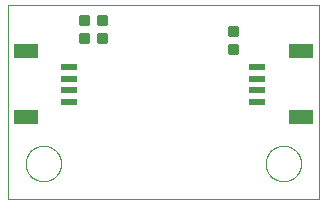
<source format=gtp>
G75*
%MOIN*%
%OFA0B0*%
%FSLAX25Y25*%
%IPPOS*%
%LPD*%
%AMOC8*
5,1,8,0,0,1.08239X$1,22.5*
%
%ADD10C,0.00100*%
%ADD11C,0.00000*%
%ADD12C,0.00875*%
%ADD13R,0.05315X0.02362*%
%ADD14R,0.07874X0.04724*%
D10*
X0001350Y0007294D02*
X0001350Y0071861D01*
X0104972Y0071861D01*
X0104972Y0007294D01*
X0001350Y0007294D01*
D11*
X0007255Y0019106D02*
X0007257Y0019259D01*
X0007263Y0019413D01*
X0007273Y0019566D01*
X0007287Y0019718D01*
X0007305Y0019871D01*
X0007327Y0020022D01*
X0007352Y0020173D01*
X0007382Y0020324D01*
X0007416Y0020474D01*
X0007453Y0020622D01*
X0007494Y0020770D01*
X0007539Y0020916D01*
X0007588Y0021062D01*
X0007641Y0021206D01*
X0007697Y0021348D01*
X0007757Y0021489D01*
X0007821Y0021629D01*
X0007888Y0021767D01*
X0007959Y0021903D01*
X0008034Y0022037D01*
X0008111Y0022169D01*
X0008193Y0022299D01*
X0008277Y0022427D01*
X0008365Y0022553D01*
X0008456Y0022676D01*
X0008550Y0022797D01*
X0008648Y0022915D01*
X0008748Y0023031D01*
X0008852Y0023144D01*
X0008958Y0023255D01*
X0009067Y0023363D01*
X0009179Y0023468D01*
X0009293Y0023569D01*
X0009411Y0023668D01*
X0009530Y0023764D01*
X0009652Y0023857D01*
X0009777Y0023946D01*
X0009904Y0024033D01*
X0010033Y0024115D01*
X0010164Y0024195D01*
X0010297Y0024271D01*
X0010432Y0024344D01*
X0010569Y0024413D01*
X0010708Y0024478D01*
X0010848Y0024540D01*
X0010990Y0024598D01*
X0011133Y0024653D01*
X0011278Y0024704D01*
X0011424Y0024751D01*
X0011571Y0024794D01*
X0011719Y0024833D01*
X0011868Y0024869D01*
X0012018Y0024900D01*
X0012169Y0024928D01*
X0012320Y0024952D01*
X0012473Y0024972D01*
X0012625Y0024988D01*
X0012778Y0025000D01*
X0012931Y0025008D01*
X0013084Y0025012D01*
X0013238Y0025012D01*
X0013391Y0025008D01*
X0013544Y0025000D01*
X0013697Y0024988D01*
X0013849Y0024972D01*
X0014002Y0024952D01*
X0014153Y0024928D01*
X0014304Y0024900D01*
X0014454Y0024869D01*
X0014603Y0024833D01*
X0014751Y0024794D01*
X0014898Y0024751D01*
X0015044Y0024704D01*
X0015189Y0024653D01*
X0015332Y0024598D01*
X0015474Y0024540D01*
X0015614Y0024478D01*
X0015753Y0024413D01*
X0015890Y0024344D01*
X0016025Y0024271D01*
X0016158Y0024195D01*
X0016289Y0024115D01*
X0016418Y0024033D01*
X0016545Y0023946D01*
X0016670Y0023857D01*
X0016792Y0023764D01*
X0016911Y0023668D01*
X0017029Y0023569D01*
X0017143Y0023468D01*
X0017255Y0023363D01*
X0017364Y0023255D01*
X0017470Y0023144D01*
X0017574Y0023031D01*
X0017674Y0022915D01*
X0017772Y0022797D01*
X0017866Y0022676D01*
X0017957Y0022553D01*
X0018045Y0022427D01*
X0018129Y0022299D01*
X0018211Y0022169D01*
X0018288Y0022037D01*
X0018363Y0021903D01*
X0018434Y0021767D01*
X0018501Y0021629D01*
X0018565Y0021489D01*
X0018625Y0021348D01*
X0018681Y0021206D01*
X0018734Y0021062D01*
X0018783Y0020916D01*
X0018828Y0020770D01*
X0018869Y0020622D01*
X0018906Y0020474D01*
X0018940Y0020324D01*
X0018970Y0020173D01*
X0018995Y0020022D01*
X0019017Y0019871D01*
X0019035Y0019718D01*
X0019049Y0019566D01*
X0019059Y0019413D01*
X0019065Y0019259D01*
X0019067Y0019106D01*
X0019065Y0018953D01*
X0019059Y0018799D01*
X0019049Y0018646D01*
X0019035Y0018494D01*
X0019017Y0018341D01*
X0018995Y0018190D01*
X0018970Y0018039D01*
X0018940Y0017888D01*
X0018906Y0017738D01*
X0018869Y0017590D01*
X0018828Y0017442D01*
X0018783Y0017296D01*
X0018734Y0017150D01*
X0018681Y0017006D01*
X0018625Y0016864D01*
X0018565Y0016723D01*
X0018501Y0016583D01*
X0018434Y0016445D01*
X0018363Y0016309D01*
X0018288Y0016175D01*
X0018211Y0016043D01*
X0018129Y0015913D01*
X0018045Y0015785D01*
X0017957Y0015659D01*
X0017866Y0015536D01*
X0017772Y0015415D01*
X0017674Y0015297D01*
X0017574Y0015181D01*
X0017470Y0015068D01*
X0017364Y0014957D01*
X0017255Y0014849D01*
X0017143Y0014744D01*
X0017029Y0014643D01*
X0016911Y0014544D01*
X0016792Y0014448D01*
X0016670Y0014355D01*
X0016545Y0014266D01*
X0016418Y0014179D01*
X0016289Y0014097D01*
X0016158Y0014017D01*
X0016025Y0013941D01*
X0015890Y0013868D01*
X0015753Y0013799D01*
X0015614Y0013734D01*
X0015474Y0013672D01*
X0015332Y0013614D01*
X0015189Y0013559D01*
X0015044Y0013508D01*
X0014898Y0013461D01*
X0014751Y0013418D01*
X0014603Y0013379D01*
X0014454Y0013343D01*
X0014304Y0013312D01*
X0014153Y0013284D01*
X0014002Y0013260D01*
X0013849Y0013240D01*
X0013697Y0013224D01*
X0013544Y0013212D01*
X0013391Y0013204D01*
X0013238Y0013200D01*
X0013084Y0013200D01*
X0012931Y0013204D01*
X0012778Y0013212D01*
X0012625Y0013224D01*
X0012473Y0013240D01*
X0012320Y0013260D01*
X0012169Y0013284D01*
X0012018Y0013312D01*
X0011868Y0013343D01*
X0011719Y0013379D01*
X0011571Y0013418D01*
X0011424Y0013461D01*
X0011278Y0013508D01*
X0011133Y0013559D01*
X0010990Y0013614D01*
X0010848Y0013672D01*
X0010708Y0013734D01*
X0010569Y0013799D01*
X0010432Y0013868D01*
X0010297Y0013941D01*
X0010164Y0014017D01*
X0010033Y0014097D01*
X0009904Y0014179D01*
X0009777Y0014266D01*
X0009652Y0014355D01*
X0009530Y0014448D01*
X0009411Y0014544D01*
X0009293Y0014643D01*
X0009179Y0014744D01*
X0009067Y0014849D01*
X0008958Y0014957D01*
X0008852Y0015068D01*
X0008748Y0015181D01*
X0008648Y0015297D01*
X0008550Y0015415D01*
X0008456Y0015536D01*
X0008365Y0015659D01*
X0008277Y0015785D01*
X0008193Y0015913D01*
X0008111Y0016043D01*
X0008034Y0016175D01*
X0007959Y0016309D01*
X0007888Y0016445D01*
X0007821Y0016583D01*
X0007757Y0016723D01*
X0007697Y0016864D01*
X0007641Y0017006D01*
X0007588Y0017150D01*
X0007539Y0017296D01*
X0007494Y0017442D01*
X0007453Y0017590D01*
X0007416Y0017738D01*
X0007382Y0017888D01*
X0007352Y0018039D01*
X0007327Y0018190D01*
X0007305Y0018341D01*
X0007287Y0018494D01*
X0007273Y0018646D01*
X0007263Y0018799D01*
X0007257Y0018953D01*
X0007255Y0019106D01*
X0087255Y0019106D02*
X0087257Y0019259D01*
X0087263Y0019413D01*
X0087273Y0019566D01*
X0087287Y0019718D01*
X0087305Y0019871D01*
X0087327Y0020022D01*
X0087352Y0020173D01*
X0087382Y0020324D01*
X0087416Y0020474D01*
X0087453Y0020622D01*
X0087494Y0020770D01*
X0087539Y0020916D01*
X0087588Y0021062D01*
X0087641Y0021206D01*
X0087697Y0021348D01*
X0087757Y0021489D01*
X0087821Y0021629D01*
X0087888Y0021767D01*
X0087959Y0021903D01*
X0088034Y0022037D01*
X0088111Y0022169D01*
X0088193Y0022299D01*
X0088277Y0022427D01*
X0088365Y0022553D01*
X0088456Y0022676D01*
X0088550Y0022797D01*
X0088648Y0022915D01*
X0088748Y0023031D01*
X0088852Y0023144D01*
X0088958Y0023255D01*
X0089067Y0023363D01*
X0089179Y0023468D01*
X0089293Y0023569D01*
X0089411Y0023668D01*
X0089530Y0023764D01*
X0089652Y0023857D01*
X0089777Y0023946D01*
X0089904Y0024033D01*
X0090033Y0024115D01*
X0090164Y0024195D01*
X0090297Y0024271D01*
X0090432Y0024344D01*
X0090569Y0024413D01*
X0090708Y0024478D01*
X0090848Y0024540D01*
X0090990Y0024598D01*
X0091133Y0024653D01*
X0091278Y0024704D01*
X0091424Y0024751D01*
X0091571Y0024794D01*
X0091719Y0024833D01*
X0091868Y0024869D01*
X0092018Y0024900D01*
X0092169Y0024928D01*
X0092320Y0024952D01*
X0092473Y0024972D01*
X0092625Y0024988D01*
X0092778Y0025000D01*
X0092931Y0025008D01*
X0093084Y0025012D01*
X0093238Y0025012D01*
X0093391Y0025008D01*
X0093544Y0025000D01*
X0093697Y0024988D01*
X0093849Y0024972D01*
X0094002Y0024952D01*
X0094153Y0024928D01*
X0094304Y0024900D01*
X0094454Y0024869D01*
X0094603Y0024833D01*
X0094751Y0024794D01*
X0094898Y0024751D01*
X0095044Y0024704D01*
X0095189Y0024653D01*
X0095332Y0024598D01*
X0095474Y0024540D01*
X0095614Y0024478D01*
X0095753Y0024413D01*
X0095890Y0024344D01*
X0096025Y0024271D01*
X0096158Y0024195D01*
X0096289Y0024115D01*
X0096418Y0024033D01*
X0096545Y0023946D01*
X0096670Y0023857D01*
X0096792Y0023764D01*
X0096911Y0023668D01*
X0097029Y0023569D01*
X0097143Y0023468D01*
X0097255Y0023363D01*
X0097364Y0023255D01*
X0097470Y0023144D01*
X0097574Y0023031D01*
X0097674Y0022915D01*
X0097772Y0022797D01*
X0097866Y0022676D01*
X0097957Y0022553D01*
X0098045Y0022427D01*
X0098129Y0022299D01*
X0098211Y0022169D01*
X0098288Y0022037D01*
X0098363Y0021903D01*
X0098434Y0021767D01*
X0098501Y0021629D01*
X0098565Y0021489D01*
X0098625Y0021348D01*
X0098681Y0021206D01*
X0098734Y0021062D01*
X0098783Y0020916D01*
X0098828Y0020770D01*
X0098869Y0020622D01*
X0098906Y0020474D01*
X0098940Y0020324D01*
X0098970Y0020173D01*
X0098995Y0020022D01*
X0099017Y0019871D01*
X0099035Y0019718D01*
X0099049Y0019566D01*
X0099059Y0019413D01*
X0099065Y0019259D01*
X0099067Y0019106D01*
X0099065Y0018953D01*
X0099059Y0018799D01*
X0099049Y0018646D01*
X0099035Y0018494D01*
X0099017Y0018341D01*
X0098995Y0018190D01*
X0098970Y0018039D01*
X0098940Y0017888D01*
X0098906Y0017738D01*
X0098869Y0017590D01*
X0098828Y0017442D01*
X0098783Y0017296D01*
X0098734Y0017150D01*
X0098681Y0017006D01*
X0098625Y0016864D01*
X0098565Y0016723D01*
X0098501Y0016583D01*
X0098434Y0016445D01*
X0098363Y0016309D01*
X0098288Y0016175D01*
X0098211Y0016043D01*
X0098129Y0015913D01*
X0098045Y0015785D01*
X0097957Y0015659D01*
X0097866Y0015536D01*
X0097772Y0015415D01*
X0097674Y0015297D01*
X0097574Y0015181D01*
X0097470Y0015068D01*
X0097364Y0014957D01*
X0097255Y0014849D01*
X0097143Y0014744D01*
X0097029Y0014643D01*
X0096911Y0014544D01*
X0096792Y0014448D01*
X0096670Y0014355D01*
X0096545Y0014266D01*
X0096418Y0014179D01*
X0096289Y0014097D01*
X0096158Y0014017D01*
X0096025Y0013941D01*
X0095890Y0013868D01*
X0095753Y0013799D01*
X0095614Y0013734D01*
X0095474Y0013672D01*
X0095332Y0013614D01*
X0095189Y0013559D01*
X0095044Y0013508D01*
X0094898Y0013461D01*
X0094751Y0013418D01*
X0094603Y0013379D01*
X0094454Y0013343D01*
X0094304Y0013312D01*
X0094153Y0013284D01*
X0094002Y0013260D01*
X0093849Y0013240D01*
X0093697Y0013224D01*
X0093544Y0013212D01*
X0093391Y0013204D01*
X0093238Y0013200D01*
X0093084Y0013200D01*
X0092931Y0013204D01*
X0092778Y0013212D01*
X0092625Y0013224D01*
X0092473Y0013240D01*
X0092320Y0013260D01*
X0092169Y0013284D01*
X0092018Y0013312D01*
X0091868Y0013343D01*
X0091719Y0013379D01*
X0091571Y0013418D01*
X0091424Y0013461D01*
X0091278Y0013508D01*
X0091133Y0013559D01*
X0090990Y0013614D01*
X0090848Y0013672D01*
X0090708Y0013734D01*
X0090569Y0013799D01*
X0090432Y0013868D01*
X0090297Y0013941D01*
X0090164Y0014017D01*
X0090033Y0014097D01*
X0089904Y0014179D01*
X0089777Y0014266D01*
X0089652Y0014355D01*
X0089530Y0014448D01*
X0089411Y0014544D01*
X0089293Y0014643D01*
X0089179Y0014744D01*
X0089067Y0014849D01*
X0088958Y0014957D01*
X0088852Y0015068D01*
X0088748Y0015181D01*
X0088648Y0015297D01*
X0088550Y0015415D01*
X0088456Y0015536D01*
X0088365Y0015659D01*
X0088277Y0015785D01*
X0088193Y0015913D01*
X0088111Y0016043D01*
X0088034Y0016175D01*
X0087959Y0016309D01*
X0087888Y0016445D01*
X0087821Y0016583D01*
X0087757Y0016723D01*
X0087697Y0016864D01*
X0087641Y0017006D01*
X0087588Y0017150D01*
X0087539Y0017296D01*
X0087494Y0017442D01*
X0087453Y0017590D01*
X0087416Y0017738D01*
X0087382Y0017888D01*
X0087352Y0018039D01*
X0087327Y0018190D01*
X0087305Y0018341D01*
X0087287Y0018494D01*
X0087273Y0018646D01*
X0087263Y0018799D01*
X0087257Y0018953D01*
X0087255Y0019106D01*
D12*
X0075137Y0055881D02*
X0075137Y0058507D01*
X0077763Y0058507D01*
X0077763Y0055881D01*
X0075137Y0055881D01*
X0075137Y0056712D02*
X0077763Y0056712D01*
X0077763Y0057543D02*
X0075137Y0057543D01*
X0075137Y0058374D02*
X0077763Y0058374D01*
X0075137Y0061881D02*
X0075137Y0064507D01*
X0077763Y0064507D01*
X0077763Y0061881D01*
X0075137Y0061881D01*
X0075137Y0062712D02*
X0077763Y0062712D01*
X0077763Y0063543D02*
X0075137Y0063543D01*
X0075137Y0064374D02*
X0077763Y0064374D01*
X0034063Y0065781D02*
X0034063Y0068407D01*
X0034063Y0065781D02*
X0031437Y0065781D01*
X0031437Y0068407D01*
X0034063Y0068407D01*
X0034063Y0066612D02*
X0031437Y0066612D01*
X0031437Y0067443D02*
X0034063Y0067443D01*
X0034063Y0068274D02*
X0031437Y0068274D01*
X0028163Y0068407D02*
X0028163Y0065781D01*
X0025537Y0065781D01*
X0025537Y0068407D01*
X0028163Y0068407D01*
X0028163Y0066612D02*
X0025537Y0066612D01*
X0025537Y0067443D02*
X0028163Y0067443D01*
X0028163Y0068274D02*
X0025537Y0068274D01*
X0028163Y0062407D02*
X0028163Y0059781D01*
X0025537Y0059781D01*
X0025537Y0062407D01*
X0028163Y0062407D01*
X0028163Y0060612D02*
X0025537Y0060612D01*
X0025537Y0061443D02*
X0028163Y0061443D01*
X0028163Y0062274D02*
X0025537Y0062274D01*
X0034063Y0062407D02*
X0034063Y0059781D01*
X0031437Y0059781D01*
X0031437Y0062407D01*
X0034063Y0062407D01*
X0034063Y0060612D02*
X0031437Y0060612D01*
X0031437Y0061443D02*
X0034063Y0061443D01*
X0034063Y0062274D02*
X0031437Y0062274D01*
D13*
X0021822Y0051389D03*
X0021822Y0047452D03*
X0021822Y0043515D03*
X0021822Y0039578D03*
X0084500Y0039578D03*
X0084500Y0043515D03*
X0084500Y0047452D03*
X0084500Y0051389D03*
D14*
X0098968Y0056507D03*
X0098968Y0034460D03*
X0007354Y0034460D03*
X0007354Y0056507D03*
M02*

</source>
